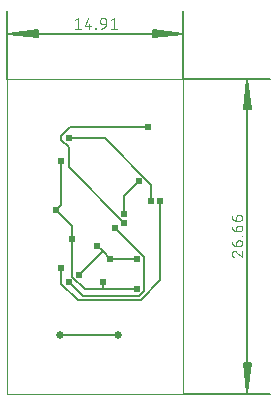
<source format=gbl>
G75*
%MOIN*%
%OFA0B0*%
%FSLAX25Y25*%
%IPPOS*%
%LPD*%
%AMOC8*
5,1,8,0,0,1.08239X$1,22.5*
%
%ADD10C,0.00000*%
%ADD11C,0.00512*%
%ADD12C,0.00400*%
%ADD13C,0.00600*%
%ADD14C,0.02400*%
%ADD15C,0.02578*%
D10*
X0007053Y0016441D02*
X0007053Y0121401D01*
X0065754Y0121401D01*
X0065754Y0016441D01*
X0007053Y0016441D01*
D11*
X0065754Y0016441D02*
X0094730Y0016441D01*
X0087053Y0016697D02*
X0088077Y0026677D01*
X0088310Y0026677D02*
X0087053Y0016697D01*
X0086030Y0026677D01*
X0085796Y0026677D02*
X0088310Y0026677D01*
X0087565Y0026677D02*
X0087053Y0016697D01*
X0086542Y0026677D01*
X0085796Y0026677D02*
X0087053Y0016697D01*
X0087053Y0121145D01*
X0088077Y0111165D01*
X0088310Y0111165D02*
X0087053Y0121145D01*
X0086030Y0111165D01*
X0085796Y0111165D02*
X0088310Y0111165D01*
X0087565Y0111165D02*
X0087053Y0121145D01*
X0086542Y0111165D01*
X0085796Y0111165D02*
X0087053Y0121145D01*
X0094730Y0121401D02*
X0065754Y0121401D01*
X0065754Y0144118D01*
X0065498Y0136441D02*
X0055518Y0135417D01*
X0055518Y0135184D02*
X0065498Y0136441D01*
X0055518Y0137464D01*
X0055518Y0137698D02*
X0055518Y0135184D01*
X0055518Y0135929D02*
X0065498Y0136441D01*
X0055518Y0136952D01*
X0055518Y0137698D02*
X0065498Y0136441D01*
X0007309Y0136441D01*
X0017290Y0135417D01*
X0017290Y0135184D02*
X0007309Y0136441D01*
X0017290Y0137464D01*
X0017290Y0137698D02*
X0017290Y0135184D01*
X0017290Y0135929D02*
X0007309Y0136441D01*
X0017290Y0136952D01*
X0017290Y0137698D02*
X0007309Y0136441D01*
X0007053Y0144118D02*
X0007053Y0121401D01*
D12*
X0029488Y0138137D02*
X0031453Y0138137D01*
X0030470Y0138137D02*
X0030470Y0141674D01*
X0029488Y0140888D01*
X0033031Y0138923D02*
X0034996Y0138923D01*
X0034406Y0139709D02*
X0034406Y0138137D01*
X0033031Y0138923D02*
X0033817Y0141674D01*
X0036395Y0138333D02*
X0036592Y0138333D01*
X0036592Y0138137D01*
X0036395Y0138137D01*
X0036395Y0138333D01*
X0038385Y0138137D02*
X0038462Y0138139D01*
X0038539Y0138145D01*
X0038616Y0138154D01*
X0038692Y0138167D01*
X0038767Y0138184D01*
X0038841Y0138205D01*
X0038915Y0138229D01*
X0038987Y0138257D01*
X0039057Y0138288D01*
X0039126Y0138323D01*
X0039193Y0138361D01*
X0039258Y0138402D01*
X0039321Y0138446D01*
X0039382Y0138494D01*
X0039441Y0138544D01*
X0039497Y0138597D01*
X0039550Y0138653D01*
X0039600Y0138712D01*
X0039648Y0138773D01*
X0039692Y0138836D01*
X0039733Y0138901D01*
X0039771Y0138968D01*
X0039806Y0139037D01*
X0039837Y0139107D01*
X0039865Y0139179D01*
X0039889Y0139253D01*
X0039910Y0139327D01*
X0039927Y0139402D01*
X0039940Y0139478D01*
X0039949Y0139555D01*
X0039955Y0139632D01*
X0039957Y0139709D01*
X0039957Y0140691D01*
X0039957Y0139709D02*
X0038778Y0139709D01*
X0038724Y0139711D01*
X0038671Y0139716D01*
X0038618Y0139725D01*
X0038566Y0139738D01*
X0038515Y0139754D01*
X0038465Y0139774D01*
X0038416Y0139797D01*
X0038370Y0139823D01*
X0038325Y0139853D01*
X0038282Y0139885D01*
X0038242Y0139921D01*
X0038204Y0139959D01*
X0038168Y0139999D01*
X0038136Y0140042D01*
X0038106Y0140087D01*
X0038080Y0140133D01*
X0038057Y0140182D01*
X0038037Y0140232D01*
X0038021Y0140283D01*
X0038008Y0140335D01*
X0037999Y0140388D01*
X0037994Y0140441D01*
X0037992Y0140495D01*
X0037992Y0140691D01*
X0037994Y0140753D01*
X0038000Y0140814D01*
X0038009Y0140875D01*
X0038023Y0140935D01*
X0038040Y0140994D01*
X0038061Y0141052D01*
X0038085Y0141109D01*
X0038113Y0141164D01*
X0038145Y0141217D01*
X0038180Y0141268D01*
X0038217Y0141317D01*
X0038258Y0141363D01*
X0038302Y0141407D01*
X0038348Y0141448D01*
X0038397Y0141485D01*
X0038448Y0141520D01*
X0038501Y0141552D01*
X0038556Y0141580D01*
X0038613Y0141604D01*
X0038671Y0141625D01*
X0038730Y0141642D01*
X0038790Y0141656D01*
X0038851Y0141665D01*
X0038912Y0141671D01*
X0038974Y0141673D01*
X0039036Y0141671D01*
X0039097Y0141665D01*
X0039158Y0141656D01*
X0039218Y0141642D01*
X0039277Y0141625D01*
X0039335Y0141604D01*
X0039392Y0141580D01*
X0039447Y0141552D01*
X0039500Y0141520D01*
X0039551Y0141485D01*
X0039600Y0141448D01*
X0039646Y0141407D01*
X0039690Y0141363D01*
X0039731Y0141317D01*
X0039768Y0141268D01*
X0039803Y0141217D01*
X0039835Y0141164D01*
X0039863Y0141109D01*
X0039887Y0141052D01*
X0039908Y0140994D01*
X0039925Y0140935D01*
X0039939Y0140875D01*
X0039948Y0140814D01*
X0039954Y0140753D01*
X0039956Y0140691D01*
X0041535Y0140888D02*
X0042517Y0141674D01*
X0042517Y0138137D01*
X0041535Y0138137D02*
X0043500Y0138137D01*
X0081820Y0075624D02*
X0081822Y0075547D01*
X0081828Y0075470D01*
X0081837Y0075393D01*
X0081850Y0075317D01*
X0081867Y0075242D01*
X0081888Y0075168D01*
X0081912Y0075094D01*
X0081940Y0075022D01*
X0081971Y0074952D01*
X0082006Y0074883D01*
X0082044Y0074816D01*
X0082085Y0074751D01*
X0082129Y0074688D01*
X0082177Y0074627D01*
X0082227Y0074568D01*
X0082280Y0074512D01*
X0082336Y0074459D01*
X0082395Y0074409D01*
X0082456Y0074361D01*
X0082519Y0074317D01*
X0082584Y0074276D01*
X0082651Y0074238D01*
X0082720Y0074203D01*
X0082790Y0074172D01*
X0082862Y0074144D01*
X0082936Y0074120D01*
X0083010Y0074099D01*
X0083085Y0074082D01*
X0083161Y0074069D01*
X0083238Y0074060D01*
X0083315Y0074054D01*
X0083392Y0074052D01*
X0084375Y0074052D01*
X0084437Y0074054D01*
X0084498Y0074060D01*
X0084559Y0074069D01*
X0084619Y0074083D01*
X0084679Y0074100D01*
X0084737Y0074121D01*
X0084794Y0074146D01*
X0084849Y0074174D01*
X0084902Y0074205D01*
X0084953Y0074240D01*
X0085002Y0074278D01*
X0085048Y0074318D01*
X0085092Y0074362D01*
X0085132Y0074408D01*
X0085170Y0074457D01*
X0085205Y0074508D01*
X0085236Y0074561D01*
X0085264Y0074616D01*
X0085289Y0074673D01*
X0085310Y0074731D01*
X0085327Y0074791D01*
X0085341Y0074851D01*
X0085350Y0074912D01*
X0085356Y0074973D01*
X0085358Y0075035D01*
X0085356Y0075097D01*
X0085350Y0075158D01*
X0085341Y0075219D01*
X0085327Y0075279D01*
X0085310Y0075339D01*
X0085289Y0075397D01*
X0085264Y0075454D01*
X0085236Y0075509D01*
X0085205Y0075562D01*
X0085170Y0075613D01*
X0085132Y0075662D01*
X0085092Y0075708D01*
X0085048Y0075752D01*
X0085002Y0075792D01*
X0084953Y0075830D01*
X0084902Y0075865D01*
X0084849Y0075896D01*
X0084794Y0075924D01*
X0084737Y0075949D01*
X0084679Y0075970D01*
X0084619Y0075987D01*
X0084559Y0076001D01*
X0084498Y0076010D01*
X0084437Y0076016D01*
X0084375Y0076018D01*
X0084375Y0076017D02*
X0084178Y0076017D01*
X0084124Y0076015D01*
X0084071Y0076010D01*
X0084018Y0076001D01*
X0083966Y0075988D01*
X0083915Y0075972D01*
X0083865Y0075952D01*
X0083816Y0075929D01*
X0083770Y0075903D01*
X0083725Y0075873D01*
X0083682Y0075841D01*
X0083642Y0075805D01*
X0083604Y0075767D01*
X0083568Y0075727D01*
X0083536Y0075684D01*
X0083506Y0075639D01*
X0083480Y0075593D01*
X0083457Y0075544D01*
X0083437Y0075494D01*
X0083421Y0075443D01*
X0083408Y0075391D01*
X0083399Y0075338D01*
X0083394Y0075285D01*
X0083392Y0075231D01*
X0083392Y0074052D01*
X0084178Y0072474D02*
X0084375Y0072474D01*
X0084178Y0072474D02*
X0084124Y0072472D01*
X0084071Y0072467D01*
X0084018Y0072458D01*
X0083966Y0072445D01*
X0083915Y0072429D01*
X0083865Y0072409D01*
X0083816Y0072386D01*
X0083770Y0072360D01*
X0083725Y0072330D01*
X0083682Y0072298D01*
X0083642Y0072262D01*
X0083604Y0072224D01*
X0083568Y0072184D01*
X0083536Y0072141D01*
X0083506Y0072096D01*
X0083480Y0072050D01*
X0083457Y0072001D01*
X0083437Y0071951D01*
X0083421Y0071900D01*
X0083408Y0071848D01*
X0083399Y0071795D01*
X0083394Y0071742D01*
X0083392Y0071688D01*
X0083392Y0070509D01*
X0084375Y0070509D01*
X0084375Y0070508D02*
X0084437Y0070510D01*
X0084498Y0070516D01*
X0084559Y0070525D01*
X0084619Y0070539D01*
X0084679Y0070556D01*
X0084737Y0070577D01*
X0084794Y0070602D01*
X0084849Y0070630D01*
X0084902Y0070661D01*
X0084953Y0070696D01*
X0085002Y0070734D01*
X0085048Y0070774D01*
X0085092Y0070818D01*
X0085132Y0070864D01*
X0085170Y0070913D01*
X0085205Y0070964D01*
X0085236Y0071017D01*
X0085264Y0071072D01*
X0085289Y0071129D01*
X0085310Y0071187D01*
X0085327Y0071247D01*
X0085341Y0071307D01*
X0085350Y0071368D01*
X0085356Y0071429D01*
X0085358Y0071491D01*
X0085356Y0071553D01*
X0085350Y0071614D01*
X0085341Y0071675D01*
X0085327Y0071735D01*
X0085310Y0071795D01*
X0085289Y0071853D01*
X0085264Y0071910D01*
X0085236Y0071965D01*
X0085205Y0072018D01*
X0085170Y0072069D01*
X0085132Y0072118D01*
X0085092Y0072164D01*
X0085048Y0072208D01*
X0085002Y0072248D01*
X0084953Y0072286D01*
X0084902Y0072321D01*
X0084849Y0072352D01*
X0084794Y0072380D01*
X0084737Y0072405D01*
X0084679Y0072426D01*
X0084619Y0072443D01*
X0084559Y0072457D01*
X0084498Y0072466D01*
X0084437Y0072472D01*
X0084375Y0072474D01*
X0083392Y0070509D02*
X0083315Y0070511D01*
X0083238Y0070517D01*
X0083161Y0070526D01*
X0083085Y0070539D01*
X0083010Y0070556D01*
X0082936Y0070577D01*
X0082862Y0070601D01*
X0082790Y0070629D01*
X0082720Y0070660D01*
X0082651Y0070695D01*
X0082584Y0070733D01*
X0082519Y0070774D01*
X0082456Y0070818D01*
X0082395Y0070866D01*
X0082336Y0070916D01*
X0082280Y0070969D01*
X0082227Y0071025D01*
X0082177Y0071084D01*
X0082129Y0071145D01*
X0082085Y0071208D01*
X0082044Y0071273D01*
X0082006Y0071340D01*
X0081971Y0071409D01*
X0081940Y0071479D01*
X0081912Y0071551D01*
X0081888Y0071625D01*
X0081867Y0071699D01*
X0081850Y0071774D01*
X0081837Y0071850D01*
X0081828Y0071927D01*
X0081822Y0072004D01*
X0081820Y0072081D01*
X0085161Y0069109D02*
X0085357Y0069109D01*
X0085357Y0068913D01*
X0085161Y0068913D01*
X0085161Y0069109D01*
X0084375Y0067513D02*
X0084178Y0067513D01*
X0084124Y0067511D01*
X0084071Y0067506D01*
X0084018Y0067497D01*
X0083966Y0067484D01*
X0083915Y0067468D01*
X0083865Y0067448D01*
X0083816Y0067425D01*
X0083770Y0067399D01*
X0083725Y0067369D01*
X0083682Y0067337D01*
X0083642Y0067301D01*
X0083604Y0067263D01*
X0083568Y0067223D01*
X0083536Y0067180D01*
X0083506Y0067135D01*
X0083480Y0067089D01*
X0083457Y0067040D01*
X0083437Y0066990D01*
X0083421Y0066939D01*
X0083408Y0066887D01*
X0083399Y0066834D01*
X0083394Y0066781D01*
X0083392Y0066727D01*
X0083392Y0065548D01*
X0084375Y0065548D01*
X0084437Y0065550D01*
X0084498Y0065556D01*
X0084559Y0065565D01*
X0084619Y0065579D01*
X0084679Y0065596D01*
X0084737Y0065617D01*
X0084794Y0065642D01*
X0084849Y0065670D01*
X0084902Y0065701D01*
X0084953Y0065736D01*
X0085002Y0065774D01*
X0085048Y0065814D01*
X0085092Y0065858D01*
X0085132Y0065904D01*
X0085170Y0065953D01*
X0085205Y0066004D01*
X0085236Y0066057D01*
X0085264Y0066112D01*
X0085289Y0066169D01*
X0085310Y0066227D01*
X0085327Y0066287D01*
X0085341Y0066347D01*
X0085350Y0066408D01*
X0085356Y0066469D01*
X0085358Y0066531D01*
X0085356Y0066593D01*
X0085350Y0066654D01*
X0085341Y0066715D01*
X0085327Y0066775D01*
X0085310Y0066835D01*
X0085289Y0066893D01*
X0085264Y0066950D01*
X0085236Y0067005D01*
X0085205Y0067058D01*
X0085170Y0067109D01*
X0085132Y0067158D01*
X0085092Y0067204D01*
X0085048Y0067248D01*
X0085002Y0067288D01*
X0084953Y0067326D01*
X0084902Y0067361D01*
X0084849Y0067392D01*
X0084794Y0067420D01*
X0084737Y0067445D01*
X0084679Y0067466D01*
X0084619Y0067483D01*
X0084559Y0067497D01*
X0084498Y0067506D01*
X0084437Y0067512D01*
X0084375Y0067514D01*
X0083392Y0065548D02*
X0083315Y0065550D01*
X0083238Y0065556D01*
X0083161Y0065565D01*
X0083085Y0065578D01*
X0083010Y0065595D01*
X0082936Y0065616D01*
X0082862Y0065640D01*
X0082790Y0065668D01*
X0082720Y0065699D01*
X0082651Y0065734D01*
X0082584Y0065772D01*
X0082519Y0065813D01*
X0082456Y0065857D01*
X0082395Y0065905D01*
X0082336Y0065955D01*
X0082280Y0066008D01*
X0082227Y0066064D01*
X0082177Y0066123D01*
X0082129Y0066184D01*
X0082085Y0066247D01*
X0082044Y0066312D01*
X0082006Y0066379D01*
X0081971Y0066448D01*
X0081940Y0066518D01*
X0081912Y0066590D01*
X0081888Y0066664D01*
X0081867Y0066738D01*
X0081850Y0066813D01*
X0081837Y0066889D01*
X0081828Y0066966D01*
X0081822Y0067043D01*
X0081820Y0067120D01*
X0083392Y0063675D02*
X0085357Y0062005D01*
X0085357Y0063970D01*
X0082606Y0062005D02*
X0082545Y0062027D01*
X0082485Y0062052D01*
X0082427Y0062081D01*
X0082370Y0062113D01*
X0082315Y0062148D01*
X0082263Y0062186D01*
X0082213Y0062227D01*
X0082165Y0062271D01*
X0082120Y0062317D01*
X0082077Y0062366D01*
X0082037Y0062418D01*
X0082001Y0062471D01*
X0081967Y0062527D01*
X0081937Y0062584D01*
X0081910Y0062643D01*
X0081886Y0062704D01*
X0081866Y0062766D01*
X0081850Y0062829D01*
X0081837Y0062892D01*
X0081827Y0062956D01*
X0081822Y0063021D01*
X0081820Y0063086D01*
X0081821Y0063086D02*
X0081823Y0063144D01*
X0081829Y0063201D01*
X0081838Y0063258D01*
X0081851Y0063315D01*
X0081868Y0063370D01*
X0081888Y0063424D01*
X0081912Y0063477D01*
X0081939Y0063528D01*
X0081970Y0063577D01*
X0082004Y0063624D01*
X0082040Y0063669D01*
X0082080Y0063711D01*
X0082122Y0063751D01*
X0082167Y0063787D01*
X0082214Y0063821D01*
X0082263Y0063852D01*
X0082314Y0063879D01*
X0082367Y0063903D01*
X0082421Y0063923D01*
X0082476Y0063940D01*
X0082533Y0063953D01*
X0082590Y0063962D01*
X0082647Y0063968D01*
X0082705Y0063970D01*
X0082764Y0063968D01*
X0082823Y0063963D01*
X0082881Y0063953D01*
X0082939Y0063941D01*
X0082996Y0063924D01*
X0083052Y0063904D01*
X0083106Y0063881D01*
X0083159Y0063854D01*
X0083210Y0063825D01*
X0083259Y0063792D01*
X0083306Y0063756D01*
X0083351Y0063717D01*
X0083393Y0063675D01*
D13*
X0058053Y0054241D02*
X0058053Y0080641D01*
X0055053Y0080641D02*
X0055053Y0086041D01*
X0039453Y0101641D01*
X0027453Y0101641D01*
X0025053Y0102241D02*
X0025053Y0101041D01*
X0027453Y0098641D01*
X0027453Y0092041D01*
X0046053Y0073441D01*
X0046053Y0076441D02*
X0046053Y0082441D01*
X0050853Y0087241D01*
X0043053Y0071641D02*
X0052653Y0062041D01*
X0052653Y0050641D01*
X0050853Y0048841D01*
X0032253Y0048841D01*
X0027453Y0053641D01*
X0028653Y0055441D02*
X0028653Y0068041D01*
X0028653Y0072241D01*
X0023253Y0077641D01*
X0025053Y0079441D01*
X0025053Y0093841D01*
X0025053Y0102241D02*
X0028053Y0105241D01*
X0053853Y0105241D01*
X0037053Y0065641D02*
X0038853Y0063841D01*
X0031053Y0056041D01*
X0028653Y0055441D02*
X0032853Y0051241D01*
X0038853Y0051241D01*
X0038853Y0053641D01*
X0038853Y0051241D02*
X0050253Y0051241D01*
X0051453Y0047641D02*
X0058053Y0054241D01*
X0051453Y0047641D02*
X0030453Y0047641D01*
X0025053Y0053041D01*
X0025053Y0058441D01*
X0038853Y0063841D02*
X0041253Y0061441D01*
X0050253Y0061441D01*
X0043853Y0036041D02*
X0024753Y0036041D01*
D14*
X0027453Y0053641D03*
X0031053Y0056041D03*
X0025053Y0058441D03*
X0028653Y0068041D03*
X0023253Y0077641D03*
X0025053Y0093841D03*
X0027453Y0101641D03*
X0046053Y0076441D03*
X0046053Y0073441D03*
X0043053Y0071641D03*
X0037053Y0065641D03*
X0041253Y0061441D03*
X0038853Y0053641D03*
X0050253Y0051241D03*
X0050253Y0061441D03*
X0055053Y0080641D03*
X0058053Y0080641D03*
X0050853Y0087241D03*
X0053853Y0105241D03*
D15*
X0043853Y0036041D03*
X0024753Y0036041D03*
M02*

</source>
